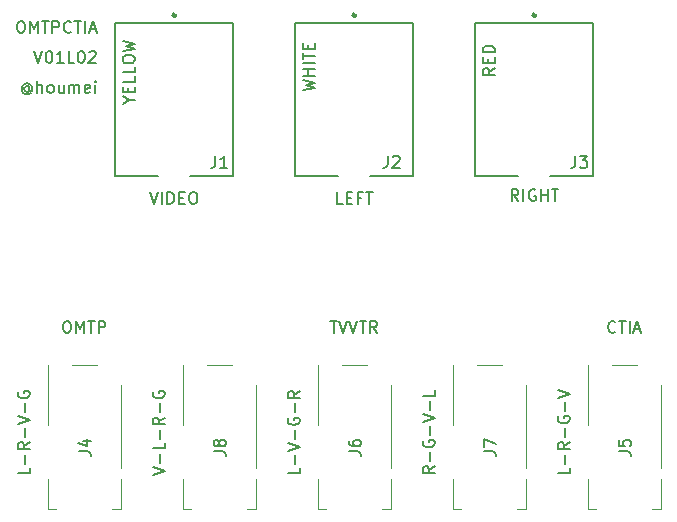
<source format=gto>
G04 #@! TF.GenerationSoftware,KiCad,Pcbnew,(5.1.8)-1*
G04 #@! TF.CreationDate,2023-05-29T22:24:53+09:00*
G04 #@! TF.ProjectId,OMTPCTIA,4f4d5450-4354-4494-912e-6b696361645f,rev?*
G04 #@! TF.SameCoordinates,PX9157080PY791ddc0*
G04 #@! TF.FileFunction,Legend,Top*
G04 #@! TF.FilePolarity,Positive*
%FSLAX46Y46*%
G04 Gerber Fmt 4.6, Leading zero omitted, Abs format (unit mm)*
G04 Created by KiCad (PCBNEW (5.1.8)-1) date 2023-05-29 22:24:53*
%MOMM*%
%LPD*%
G01*
G04 APERTURE LIST*
%ADD10C,0.150000*%
%ADD11C,0.120000*%
%ADD12C,0.300000*%
%ADD13C,0.127000*%
G04 APERTURE END LIST*
D10*
X19137380Y5929762D02*
X20137380Y6263096D01*
X19137380Y6596429D01*
X19756428Y6929762D02*
X19756428Y7691667D01*
X20137380Y8644048D02*
X20137380Y8167858D01*
X19137380Y8167858D01*
X19756428Y8977381D02*
X19756428Y9739286D01*
X20137380Y10786905D02*
X19661190Y10453572D01*
X20137380Y10215477D02*
X19137380Y10215477D01*
X19137380Y10596429D01*
X19185000Y10691667D01*
X19232619Y10739286D01*
X19327857Y10786905D01*
X19470714Y10786905D01*
X19565952Y10739286D01*
X19613571Y10691667D01*
X19661190Y10596429D01*
X19661190Y10215477D01*
X19756428Y11215477D02*
X19756428Y11977381D01*
X19185000Y12977381D02*
X19137380Y12882143D01*
X19137380Y12739286D01*
X19185000Y12596429D01*
X19280238Y12501191D01*
X19375476Y12453572D01*
X19565952Y12405953D01*
X19708809Y12405953D01*
X19899285Y12453572D01*
X19994523Y12501191D01*
X20089761Y12596429D01*
X20137380Y12739286D01*
X20137380Y12834524D01*
X20089761Y12977381D01*
X20042142Y13025000D01*
X19708809Y13025000D01*
X19708809Y12834524D01*
X42997380Y6644048D02*
X42521190Y6310715D01*
X42997380Y6072620D02*
X41997380Y6072620D01*
X41997380Y6453572D01*
X42045000Y6548810D01*
X42092619Y6596429D01*
X42187857Y6644048D01*
X42330714Y6644048D01*
X42425952Y6596429D01*
X42473571Y6548810D01*
X42521190Y6453572D01*
X42521190Y6072620D01*
X42616428Y7072620D02*
X42616428Y7834524D01*
X42045000Y8834524D02*
X41997380Y8739286D01*
X41997380Y8596429D01*
X42045000Y8453572D01*
X42140238Y8358334D01*
X42235476Y8310715D01*
X42425952Y8263096D01*
X42568809Y8263096D01*
X42759285Y8310715D01*
X42854523Y8358334D01*
X42949761Y8453572D01*
X42997380Y8596429D01*
X42997380Y8691667D01*
X42949761Y8834524D01*
X42902142Y8882143D01*
X42568809Y8882143D01*
X42568809Y8691667D01*
X42616428Y9310715D02*
X42616428Y10072620D01*
X41997380Y10405953D02*
X42997380Y10739286D01*
X41997380Y11072620D01*
X42616428Y11405953D02*
X42616428Y12167858D01*
X42997380Y13120239D02*
X42997380Y12644048D01*
X41997380Y12644048D01*
X31567380Y6548810D02*
X31567380Y6072620D01*
X30567380Y6072620D01*
X31186428Y6882143D02*
X31186428Y7644048D01*
X30567380Y7977381D02*
X31567380Y8310715D01*
X30567380Y8644048D01*
X31186428Y8977381D02*
X31186428Y9739286D01*
X30615000Y10739286D02*
X30567380Y10644048D01*
X30567380Y10501191D01*
X30615000Y10358334D01*
X30710238Y10263096D01*
X30805476Y10215477D01*
X30995952Y10167858D01*
X31138809Y10167858D01*
X31329285Y10215477D01*
X31424523Y10263096D01*
X31519761Y10358334D01*
X31567380Y10501191D01*
X31567380Y10596429D01*
X31519761Y10739286D01*
X31472142Y10786905D01*
X31138809Y10786905D01*
X31138809Y10596429D01*
X31186428Y11215477D02*
X31186428Y11977381D01*
X31567380Y13025000D02*
X31091190Y12691667D01*
X31567380Y12453572D02*
X30567380Y12453572D01*
X30567380Y12834524D01*
X30615000Y12929762D01*
X30662619Y12977381D01*
X30757857Y13025000D01*
X30900714Y13025000D01*
X30995952Y12977381D01*
X31043571Y12929762D01*
X31091190Y12834524D01*
X31091190Y12453572D01*
X54427380Y6548810D02*
X54427380Y6072620D01*
X53427380Y6072620D01*
X54046428Y6882143D02*
X54046428Y7644048D01*
X54427380Y8691667D02*
X53951190Y8358334D01*
X54427380Y8120239D02*
X53427380Y8120239D01*
X53427380Y8501191D01*
X53475000Y8596429D01*
X53522619Y8644048D01*
X53617857Y8691667D01*
X53760714Y8691667D01*
X53855952Y8644048D01*
X53903571Y8596429D01*
X53951190Y8501191D01*
X53951190Y8120239D01*
X54046428Y9120239D02*
X54046428Y9882143D01*
X53475000Y10882143D02*
X53427380Y10786905D01*
X53427380Y10644048D01*
X53475000Y10501191D01*
X53570238Y10405953D01*
X53665476Y10358334D01*
X53855952Y10310715D01*
X53998809Y10310715D01*
X54189285Y10358334D01*
X54284523Y10405953D01*
X54379761Y10501191D01*
X54427380Y10644048D01*
X54427380Y10739286D01*
X54379761Y10882143D01*
X54332142Y10929762D01*
X53998809Y10929762D01*
X53998809Y10739286D01*
X54046428Y11358334D02*
X54046428Y12120239D01*
X53427380Y12453572D02*
X54427380Y12786905D01*
X53427380Y13120239D01*
X8707380Y6548810D02*
X8707380Y6072620D01*
X7707380Y6072620D01*
X8326428Y6882143D02*
X8326428Y7644048D01*
X8707380Y8691667D02*
X8231190Y8358334D01*
X8707380Y8120239D02*
X7707380Y8120239D01*
X7707380Y8501191D01*
X7755000Y8596429D01*
X7802619Y8644048D01*
X7897857Y8691667D01*
X8040714Y8691667D01*
X8135952Y8644048D01*
X8183571Y8596429D01*
X8231190Y8501191D01*
X8231190Y8120239D01*
X8326428Y9120239D02*
X8326428Y9882143D01*
X7707380Y10215477D02*
X8707380Y10548810D01*
X7707380Y10882143D01*
X8326428Y11215477D02*
X8326428Y11977381D01*
X7755000Y12977381D02*
X7707380Y12882143D01*
X7707380Y12739286D01*
X7755000Y12596429D01*
X7850238Y12501191D01*
X7945476Y12453572D01*
X8135952Y12405953D01*
X8278809Y12405953D01*
X8469285Y12453572D01*
X8564523Y12501191D01*
X8659761Y12596429D01*
X8707380Y12739286D01*
X8707380Y12834524D01*
X8659761Y12977381D01*
X8612142Y13025000D01*
X8278809Y13025000D01*
X8278809Y12834524D01*
X34171190Y18962620D02*
X34742619Y18962620D01*
X34456904Y17962620D02*
X34456904Y18962620D01*
X34933095Y18962620D02*
X35266428Y17962620D01*
X35599761Y18962620D01*
X35790238Y18962620D02*
X36123571Y17962620D01*
X36456904Y18962620D01*
X36647380Y18962620D02*
X37218809Y18962620D01*
X36933095Y17962620D02*
X36933095Y18962620D01*
X38123571Y17962620D02*
X37790238Y18438810D01*
X37552142Y17962620D02*
X37552142Y18962620D01*
X37933095Y18962620D01*
X38028333Y18915000D01*
X38075952Y18867381D01*
X38123571Y18772143D01*
X38123571Y18629286D01*
X38075952Y18534048D01*
X38028333Y18486429D01*
X37933095Y18438810D01*
X37552142Y18438810D01*
X58316904Y18057858D02*
X58269285Y18010239D01*
X58126428Y17962620D01*
X58031190Y17962620D01*
X57888333Y18010239D01*
X57793095Y18105477D01*
X57745476Y18200715D01*
X57697857Y18391191D01*
X57697857Y18534048D01*
X57745476Y18724524D01*
X57793095Y18819762D01*
X57888333Y18915000D01*
X58031190Y18962620D01*
X58126428Y18962620D01*
X58269285Y18915000D01*
X58316904Y18867381D01*
X58602619Y18962620D02*
X59174047Y18962620D01*
X58888333Y17962620D02*
X58888333Y18962620D01*
X59507380Y17962620D02*
X59507380Y18962620D01*
X59935952Y18248334D02*
X60412142Y18248334D01*
X59840714Y17962620D02*
X60174047Y18962620D01*
X60507380Y17962620D01*
X11787380Y18962620D02*
X11977857Y18962620D01*
X12073095Y18915000D01*
X12168333Y18819762D01*
X12215952Y18629286D01*
X12215952Y18295953D01*
X12168333Y18105477D01*
X12073095Y18010239D01*
X11977857Y17962620D01*
X11787380Y17962620D01*
X11692142Y18010239D01*
X11596904Y18105477D01*
X11549285Y18295953D01*
X11549285Y18629286D01*
X11596904Y18819762D01*
X11692142Y18915000D01*
X11787380Y18962620D01*
X12644523Y17962620D02*
X12644523Y18962620D01*
X12977857Y18248334D01*
X13311190Y18962620D01*
X13311190Y17962620D01*
X13644523Y18962620D02*
X14215952Y18962620D01*
X13930238Y17962620D02*
X13930238Y18962620D01*
X14549285Y17962620D02*
X14549285Y18962620D01*
X14930238Y18962620D01*
X15025476Y18915000D01*
X15073095Y18867381D01*
X15120714Y18772143D01*
X15120714Y18629286D01*
X15073095Y18534048D01*
X15025476Y18486429D01*
X14930238Y18438810D01*
X14549285Y18438810D01*
X48077380Y40378143D02*
X47601190Y40044810D01*
X48077380Y39806715D02*
X47077380Y39806715D01*
X47077380Y40187667D01*
X47125000Y40282905D01*
X47172619Y40330524D01*
X47267857Y40378143D01*
X47410714Y40378143D01*
X47505952Y40330524D01*
X47553571Y40282905D01*
X47601190Y40187667D01*
X47601190Y39806715D01*
X47553571Y40806715D02*
X47553571Y41140048D01*
X48077380Y41282905D02*
X48077380Y40806715D01*
X47077380Y40806715D01*
X47077380Y41282905D01*
X48077380Y41711477D02*
X47077380Y41711477D01*
X47077380Y41949572D01*
X47125000Y42092429D01*
X47220238Y42187667D01*
X47315476Y42235286D01*
X47505952Y42282905D01*
X47648809Y42282905D01*
X47839285Y42235286D01*
X47934523Y42187667D01*
X48029761Y42092429D01*
X48077380Y41949572D01*
X48077380Y41711477D01*
X31837380Y38489191D02*
X32837380Y38727286D01*
X32123095Y38917762D01*
X32837380Y39108239D01*
X31837380Y39346334D01*
X32837380Y39727286D02*
X31837380Y39727286D01*
X32313571Y39727286D02*
X32313571Y40298715D01*
X32837380Y40298715D02*
X31837380Y40298715D01*
X32837380Y40774905D02*
X31837380Y40774905D01*
X31837380Y41108239D02*
X31837380Y41679667D01*
X32837380Y41393953D02*
X31837380Y41393953D01*
X32313571Y42013000D02*
X32313571Y42346334D01*
X32837380Y42489191D02*
X32837380Y42013000D01*
X31837380Y42013000D01*
X31837380Y42489191D01*
X50101666Y29138620D02*
X49768333Y29614810D01*
X49530238Y29138620D02*
X49530238Y30138620D01*
X49911190Y30138620D01*
X50006428Y30091000D01*
X50054047Y30043381D01*
X50101666Y29948143D01*
X50101666Y29805286D01*
X50054047Y29710048D01*
X50006428Y29662429D01*
X49911190Y29614810D01*
X49530238Y29614810D01*
X50530238Y29138620D02*
X50530238Y30138620D01*
X51530238Y30091000D02*
X51435000Y30138620D01*
X51292142Y30138620D01*
X51149285Y30091000D01*
X51054047Y29995762D01*
X51006428Y29900524D01*
X50958809Y29710048D01*
X50958809Y29567191D01*
X51006428Y29376715D01*
X51054047Y29281477D01*
X51149285Y29186239D01*
X51292142Y29138620D01*
X51387380Y29138620D01*
X51530238Y29186239D01*
X51577857Y29233858D01*
X51577857Y29567191D01*
X51387380Y29567191D01*
X52006428Y29138620D02*
X52006428Y30138620D01*
X52006428Y29662429D02*
X52577857Y29662429D01*
X52577857Y29138620D02*
X52577857Y30138620D01*
X52911190Y30138620D02*
X53482619Y30138620D01*
X53196904Y29138620D02*
X53196904Y30138620D01*
X17121190Y37647858D02*
X17597380Y37647858D01*
X16597380Y37314524D02*
X17121190Y37647858D01*
X16597380Y37981191D01*
X17073571Y38314524D02*
X17073571Y38647858D01*
X17597380Y38790715D02*
X17597380Y38314524D01*
X16597380Y38314524D01*
X16597380Y38790715D01*
X17597380Y39695477D02*
X17597380Y39219286D01*
X16597380Y39219286D01*
X17597380Y40505000D02*
X17597380Y40028810D01*
X16597380Y40028810D01*
X16597380Y41028810D02*
X16597380Y41219286D01*
X16645000Y41314524D01*
X16740238Y41409762D01*
X16930714Y41457381D01*
X17264047Y41457381D01*
X17454523Y41409762D01*
X17549761Y41314524D01*
X17597380Y41219286D01*
X17597380Y41028810D01*
X17549761Y40933572D01*
X17454523Y40838334D01*
X17264047Y40790715D01*
X16930714Y40790715D01*
X16740238Y40838334D01*
X16645000Y40933572D01*
X16597380Y41028810D01*
X16597380Y41790715D02*
X17597380Y42028810D01*
X16883095Y42219286D01*
X17597380Y42409762D01*
X16597380Y42647858D01*
X35242619Y28884620D02*
X34766428Y28884620D01*
X34766428Y29884620D01*
X35575952Y29408429D02*
X35909285Y29408429D01*
X36052142Y28884620D02*
X35575952Y28884620D01*
X35575952Y29884620D01*
X36052142Y29884620D01*
X36814047Y29408429D02*
X36480714Y29408429D01*
X36480714Y28884620D02*
X36480714Y29884620D01*
X36956904Y29884620D01*
X37195000Y29884620D02*
X37766428Y29884620D01*
X37480714Y28884620D02*
X37480714Y29884620D01*
X18907380Y29884620D02*
X19240714Y28884620D01*
X19574047Y29884620D01*
X19907380Y28884620D02*
X19907380Y29884620D01*
X20383571Y28884620D02*
X20383571Y29884620D01*
X20621666Y29884620D01*
X20764523Y29837000D01*
X20859761Y29741762D01*
X20907380Y29646524D01*
X20955000Y29456048D01*
X20955000Y29313191D01*
X20907380Y29122715D01*
X20859761Y29027477D01*
X20764523Y28932239D01*
X20621666Y28884620D01*
X20383571Y28884620D01*
X21383571Y29408429D02*
X21716904Y29408429D01*
X21859761Y28884620D02*
X21383571Y28884620D01*
X21383571Y29884620D01*
X21859761Y29884620D01*
X22478809Y29884620D02*
X22669285Y29884620D01*
X22764523Y29837000D01*
X22859761Y29741762D01*
X22907380Y29551286D01*
X22907380Y29217953D01*
X22859761Y29027477D01*
X22764523Y28932239D01*
X22669285Y28884620D01*
X22478809Y28884620D01*
X22383571Y28932239D01*
X22288333Y29027477D01*
X22240714Y29217953D01*
X22240714Y29551286D01*
X22288333Y29741762D01*
X22383571Y29837000D01*
X22478809Y29884620D01*
X8697976Y38758810D02*
X8650357Y38806429D01*
X8555119Y38854048D01*
X8459880Y38854048D01*
X8364642Y38806429D01*
X8317023Y38758810D01*
X8269404Y38663572D01*
X8269404Y38568334D01*
X8317023Y38473096D01*
X8364642Y38425477D01*
X8459880Y38377858D01*
X8555119Y38377858D01*
X8650357Y38425477D01*
X8697976Y38473096D01*
X8697976Y38854048D02*
X8697976Y38473096D01*
X8745595Y38425477D01*
X8793214Y38425477D01*
X8888452Y38473096D01*
X8936071Y38568334D01*
X8936071Y38806429D01*
X8840833Y38949286D01*
X8697976Y39044524D01*
X8507500Y39092143D01*
X8317023Y39044524D01*
X8174166Y38949286D01*
X8078928Y38806429D01*
X8031309Y38615953D01*
X8078928Y38425477D01*
X8174166Y38282620D01*
X8317023Y38187381D01*
X8507500Y38139762D01*
X8697976Y38187381D01*
X8840833Y38282620D01*
X9364642Y38282620D02*
X9364642Y39282620D01*
X9793214Y38282620D02*
X9793214Y38806429D01*
X9745595Y38901667D01*
X9650357Y38949286D01*
X9507500Y38949286D01*
X9412261Y38901667D01*
X9364642Y38854048D01*
X10412261Y38282620D02*
X10317023Y38330239D01*
X10269404Y38377858D01*
X10221785Y38473096D01*
X10221785Y38758810D01*
X10269404Y38854048D01*
X10317023Y38901667D01*
X10412261Y38949286D01*
X10555119Y38949286D01*
X10650357Y38901667D01*
X10697976Y38854048D01*
X10745595Y38758810D01*
X10745595Y38473096D01*
X10697976Y38377858D01*
X10650357Y38330239D01*
X10555119Y38282620D01*
X10412261Y38282620D01*
X11602738Y38949286D02*
X11602738Y38282620D01*
X11174166Y38949286D02*
X11174166Y38425477D01*
X11221785Y38330239D01*
X11317023Y38282620D01*
X11459880Y38282620D01*
X11555119Y38330239D01*
X11602738Y38377858D01*
X12078928Y38282620D02*
X12078928Y38949286D01*
X12078928Y38854048D02*
X12126547Y38901667D01*
X12221785Y38949286D01*
X12364642Y38949286D01*
X12459880Y38901667D01*
X12507500Y38806429D01*
X12507500Y38282620D01*
X12507500Y38806429D02*
X12555119Y38901667D01*
X12650357Y38949286D01*
X12793214Y38949286D01*
X12888452Y38901667D01*
X12936071Y38806429D01*
X12936071Y38282620D01*
X13793214Y38330239D02*
X13697976Y38282620D01*
X13507500Y38282620D01*
X13412261Y38330239D01*
X13364642Y38425477D01*
X13364642Y38806429D01*
X13412261Y38901667D01*
X13507500Y38949286D01*
X13697976Y38949286D01*
X13793214Y38901667D01*
X13840833Y38806429D01*
X13840833Y38711191D01*
X13364642Y38615953D01*
X14269404Y38282620D02*
X14269404Y38949286D01*
X14269404Y39282620D02*
X14221785Y39235000D01*
X14269404Y39187381D01*
X14317023Y39235000D01*
X14269404Y39282620D01*
X14269404Y39187381D01*
X9126547Y41822620D02*
X9459880Y40822620D01*
X9793214Y41822620D01*
X10317023Y41822620D02*
X10412261Y41822620D01*
X10507500Y41775000D01*
X10555119Y41727381D01*
X10602738Y41632143D01*
X10650357Y41441667D01*
X10650357Y41203572D01*
X10602738Y41013096D01*
X10555119Y40917858D01*
X10507500Y40870239D01*
X10412261Y40822620D01*
X10317023Y40822620D01*
X10221785Y40870239D01*
X10174166Y40917858D01*
X10126547Y41013096D01*
X10078928Y41203572D01*
X10078928Y41441667D01*
X10126547Y41632143D01*
X10174166Y41727381D01*
X10221785Y41775000D01*
X10317023Y41822620D01*
X11602738Y40822620D02*
X11031309Y40822620D01*
X11317023Y40822620D02*
X11317023Y41822620D01*
X11221785Y41679762D01*
X11126547Y41584524D01*
X11031309Y41536905D01*
X12507500Y40822620D02*
X12031309Y40822620D01*
X12031309Y41822620D01*
X13031309Y41822620D02*
X13126547Y41822620D01*
X13221785Y41775000D01*
X13269404Y41727381D01*
X13317023Y41632143D01*
X13364642Y41441667D01*
X13364642Y41203572D01*
X13317023Y41013096D01*
X13269404Y40917858D01*
X13221785Y40870239D01*
X13126547Y40822620D01*
X13031309Y40822620D01*
X12936071Y40870239D01*
X12888452Y40917858D01*
X12840833Y41013096D01*
X12793214Y41203572D01*
X12793214Y41441667D01*
X12840833Y41632143D01*
X12888452Y41727381D01*
X12936071Y41775000D01*
X13031309Y41822620D01*
X13745595Y41727381D02*
X13793214Y41775000D01*
X13888452Y41822620D01*
X14126547Y41822620D01*
X14221785Y41775000D01*
X14269404Y41727381D01*
X14317023Y41632143D01*
X14317023Y41536905D01*
X14269404Y41394048D01*
X13697976Y40822620D01*
X14317023Y40822620D01*
X7888452Y44362620D02*
X8078928Y44362620D01*
X8174166Y44315000D01*
X8269404Y44219762D01*
X8317023Y44029286D01*
X8317023Y43695953D01*
X8269404Y43505477D01*
X8174166Y43410239D01*
X8078928Y43362620D01*
X7888452Y43362620D01*
X7793214Y43410239D01*
X7697976Y43505477D01*
X7650357Y43695953D01*
X7650357Y44029286D01*
X7697976Y44219762D01*
X7793214Y44315000D01*
X7888452Y44362620D01*
X8745595Y43362620D02*
X8745595Y44362620D01*
X9078928Y43648334D01*
X9412261Y44362620D01*
X9412261Y43362620D01*
X9745595Y44362620D02*
X10317023Y44362620D01*
X10031309Y43362620D02*
X10031309Y44362620D01*
X10650357Y43362620D02*
X10650357Y44362620D01*
X11031309Y44362620D01*
X11126547Y44315000D01*
X11174166Y44267381D01*
X11221785Y44172143D01*
X11221785Y44029286D01*
X11174166Y43934048D01*
X11126547Y43886429D01*
X11031309Y43838810D01*
X10650357Y43838810D01*
X12221785Y43457858D02*
X12174166Y43410239D01*
X12031309Y43362620D01*
X11936071Y43362620D01*
X11793214Y43410239D01*
X11697976Y43505477D01*
X11650357Y43600715D01*
X11602738Y43791191D01*
X11602738Y43934048D01*
X11650357Y44124524D01*
X11697976Y44219762D01*
X11793214Y44315000D01*
X11936071Y44362620D01*
X12031309Y44362620D01*
X12174166Y44315000D01*
X12221785Y44267381D01*
X12507500Y44362620D02*
X13078928Y44362620D01*
X12793214Y43362620D02*
X12793214Y44362620D01*
X13412261Y43362620D02*
X13412261Y44362620D01*
X13840833Y43648334D02*
X14317023Y43648334D01*
X13745595Y43362620D02*
X14078928Y44362620D01*
X14412261Y43362620D01*
D11*
X27865000Y5555000D02*
X27865000Y3055000D01*
X27865000Y3055000D02*
X27115000Y3055000D01*
X22415000Y3055000D02*
X21665000Y3055000D01*
X21665000Y3055000D02*
X21665000Y5555000D01*
X21665000Y10155000D02*
X21665000Y15255000D01*
X27865000Y6555000D02*
X27865000Y13555000D01*
X23765000Y15255000D02*
X25865000Y15255000D01*
X50725000Y5555000D02*
X50725000Y3055000D01*
X50725000Y3055000D02*
X49975000Y3055000D01*
X45275000Y3055000D02*
X44525000Y3055000D01*
X44525000Y3055000D02*
X44525000Y5555000D01*
X44525000Y10155000D02*
X44525000Y15255000D01*
X50725000Y6555000D02*
X50725000Y13555000D01*
X46625000Y15255000D02*
X48725000Y15255000D01*
X39295000Y5555000D02*
X39295000Y3055000D01*
X39295000Y3055000D02*
X38545000Y3055000D01*
X33845000Y3055000D02*
X33095000Y3055000D01*
X33095000Y3055000D02*
X33095000Y5555000D01*
X33095000Y10155000D02*
X33095000Y15255000D01*
X39295000Y6555000D02*
X39295000Y13555000D01*
X35195000Y15255000D02*
X37295000Y15255000D01*
X62155000Y5555000D02*
X62155000Y3055000D01*
X62155000Y3055000D02*
X61405000Y3055000D01*
X56705000Y3055000D02*
X55955000Y3055000D01*
X55955000Y3055000D02*
X55955000Y5555000D01*
X55955000Y10155000D02*
X55955000Y15255000D01*
X62155000Y6555000D02*
X62155000Y13555000D01*
X58055000Y15255000D02*
X60155000Y15255000D01*
X16435000Y5555000D02*
X16435000Y3055000D01*
X16435000Y3055000D02*
X15685000Y3055000D01*
X10985000Y3055000D02*
X10235000Y3055000D01*
X10235000Y3055000D02*
X10235000Y5555000D01*
X10235000Y10155000D02*
X10235000Y15255000D01*
X16435000Y6555000D02*
X16435000Y13555000D01*
X12335000Y15255000D02*
X14435000Y15255000D01*
D12*
X36295000Y44846000D02*
G75*
G03*
X36295000Y44846000I-100000J0D01*
G01*
D13*
X37560000Y31195000D02*
X41195000Y31195000D01*
X41195000Y31195000D02*
X41195000Y44195000D01*
X41195000Y44195000D02*
X31195000Y44195000D01*
X31195000Y44195000D02*
X31195000Y31195000D01*
X31195000Y31195000D02*
X34830000Y31195000D01*
D12*
X51535000Y44846000D02*
G75*
G03*
X51535000Y44846000I-100000J0D01*
G01*
D13*
X52800000Y31195000D02*
X56435000Y31195000D01*
X56435000Y31195000D02*
X56435000Y44195000D01*
X56435000Y44195000D02*
X46435000Y44195000D01*
X46435000Y44195000D02*
X46435000Y31195000D01*
X46435000Y31195000D02*
X50070000Y31195000D01*
X15955000Y31195000D02*
X19590000Y31195000D01*
X15955000Y44195000D02*
X15955000Y31195000D01*
X25955000Y44195000D02*
X15955000Y44195000D01*
X25955000Y31195000D02*
X25955000Y44195000D01*
X22320000Y31195000D02*
X25955000Y31195000D01*
D12*
X21055000Y44846000D02*
G75*
G03*
X21055000Y44846000I-100000J0D01*
G01*
D10*
X24317380Y7921667D02*
X25031666Y7921667D01*
X25174523Y7874048D01*
X25269761Y7778810D01*
X25317380Y7635953D01*
X25317380Y7540715D01*
X24745952Y8540715D02*
X24698333Y8445477D01*
X24650714Y8397858D01*
X24555476Y8350239D01*
X24507857Y8350239D01*
X24412619Y8397858D01*
X24365000Y8445477D01*
X24317380Y8540715D01*
X24317380Y8731191D01*
X24365000Y8826429D01*
X24412619Y8874048D01*
X24507857Y8921667D01*
X24555476Y8921667D01*
X24650714Y8874048D01*
X24698333Y8826429D01*
X24745952Y8731191D01*
X24745952Y8540715D01*
X24793571Y8445477D01*
X24841190Y8397858D01*
X24936428Y8350239D01*
X25126904Y8350239D01*
X25222142Y8397858D01*
X25269761Y8445477D01*
X25317380Y8540715D01*
X25317380Y8731191D01*
X25269761Y8826429D01*
X25222142Y8874048D01*
X25126904Y8921667D01*
X24936428Y8921667D01*
X24841190Y8874048D01*
X24793571Y8826429D01*
X24745952Y8731191D01*
X47177380Y7921667D02*
X47891666Y7921667D01*
X48034523Y7874048D01*
X48129761Y7778810D01*
X48177380Y7635953D01*
X48177380Y7540715D01*
X47177380Y8302620D02*
X47177380Y8969286D01*
X48177380Y8540715D01*
X35747380Y7921667D02*
X36461666Y7921667D01*
X36604523Y7874048D01*
X36699761Y7778810D01*
X36747380Y7635953D01*
X36747380Y7540715D01*
X35747380Y8826429D02*
X35747380Y8635953D01*
X35795000Y8540715D01*
X35842619Y8493096D01*
X35985476Y8397858D01*
X36175952Y8350239D01*
X36556904Y8350239D01*
X36652142Y8397858D01*
X36699761Y8445477D01*
X36747380Y8540715D01*
X36747380Y8731191D01*
X36699761Y8826429D01*
X36652142Y8874048D01*
X36556904Y8921667D01*
X36318809Y8921667D01*
X36223571Y8874048D01*
X36175952Y8826429D01*
X36128333Y8731191D01*
X36128333Y8540715D01*
X36175952Y8445477D01*
X36223571Y8397858D01*
X36318809Y8350239D01*
X58607380Y7921667D02*
X59321666Y7921667D01*
X59464523Y7874048D01*
X59559761Y7778810D01*
X59607380Y7635953D01*
X59607380Y7540715D01*
X58607380Y8874048D02*
X58607380Y8397858D01*
X59083571Y8350239D01*
X59035952Y8397858D01*
X58988333Y8493096D01*
X58988333Y8731191D01*
X59035952Y8826429D01*
X59083571Y8874048D01*
X59178809Y8921667D01*
X59416904Y8921667D01*
X59512142Y8874048D01*
X59559761Y8826429D01*
X59607380Y8731191D01*
X59607380Y8493096D01*
X59559761Y8397858D01*
X59512142Y8350239D01*
X12887380Y7921667D02*
X13601666Y7921667D01*
X13744523Y7874048D01*
X13839761Y7778810D01*
X13887380Y7635953D01*
X13887380Y7540715D01*
X13220714Y8826429D02*
X13887380Y8826429D01*
X12839761Y8588334D02*
X13554047Y8350239D01*
X13554047Y8969286D01*
X39034435Y32936285D02*
X39034435Y32217218D01*
X38986497Y32073405D01*
X38890622Y31977530D01*
X38746809Y31929592D01*
X38650933Y31929592D01*
X39465875Y32840409D02*
X39513813Y32888347D01*
X39609688Y32936285D01*
X39849377Y32936285D01*
X39945253Y32888347D01*
X39993190Y32840409D01*
X40041128Y32744534D01*
X40041128Y32648658D01*
X39993190Y32504845D01*
X39417937Y31929592D01*
X40041128Y31929592D01*
X54909435Y32936285D02*
X54909435Y32217218D01*
X54861497Y32073405D01*
X54765622Y31977530D01*
X54621809Y31929592D01*
X54525933Y31929592D01*
X55292937Y32936285D02*
X55916128Y32936285D01*
X55580564Y32552783D01*
X55724377Y32552783D01*
X55820253Y32504845D01*
X55868190Y32456907D01*
X55916128Y32361032D01*
X55916128Y32121343D01*
X55868190Y32025467D01*
X55820253Y31977530D01*
X55724377Y31929592D01*
X55436751Y31929592D01*
X55340875Y31977530D01*
X55292937Y32025467D01*
X24429435Y32936285D02*
X24429435Y32217218D01*
X24381497Y32073405D01*
X24285622Y31977530D01*
X24141809Y31929592D01*
X24045933Y31929592D01*
X25436128Y31929592D02*
X24860875Y31929592D01*
X25148502Y31929592D02*
X25148502Y32936285D01*
X25052626Y32792471D01*
X24956751Y32696596D01*
X24860875Y32648658D01*
M02*

</source>
